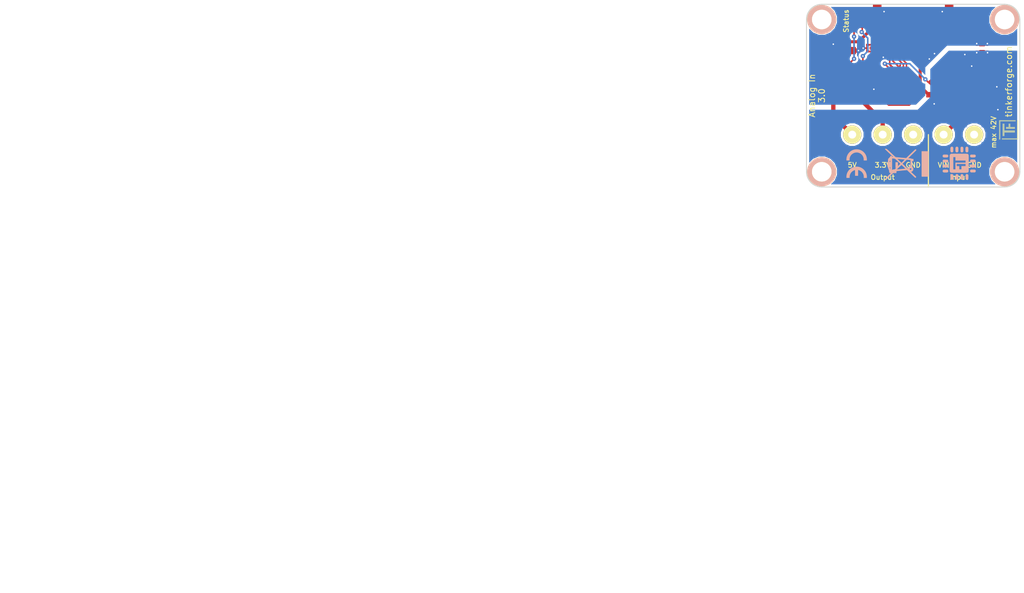
<source format=kicad_pcb>
(kicad_pcb (version 20221018) (generator pcbnew)
  (title_block (title "Analog In Bricklet") (date "2023-01-25") (rev "3.0") (company "Tinkerforge GmbH") (comment 1 "Licensed under CERN OHL v.1.1") (comment 2 "Copyright (©) 2023, T.Schneidermann <tim@tinkerforge.com>"))
  (layers (0 "F.Cu" signal) (31 "B.Cu" signal) (34 "B.Paste" user) (35 "F.Paste" user) (36 "B.SilkS" user "B.Silkscreen") (37 "F.SilkS" user "F.Silkscreen") (38 "B.Mask" user) (39 "F.Mask" user) (44 "Edge.Cuts" user))
  (net 0 "")
  (net 1 "3V3")
  (net 2 "GND")
  (net 3 "AGND")
  (net 4 "+5V")
  (net 5 "Net-(P1-Pad4)")
  (net 6 "Net-(P1-Pad5)")
  (net 7 "Net-(P1-Pad6)")
  (net 8 "Net-(C4-Pad2)")
  (net 9 "Net-(R1-Pad2)")
  (net 10 "Net-(R3-Pad2)")
  (net 11 "Net-(R4-Pad1)")
  (net 12 "Net-(F1-Pad2)")
  (net 13 "Net-(F2-Pad2)")
  (net 14 "Net-(P2-Pad2)")
  (net 15 "Net-(C3-Pad2)")
  (net 16 "Net-(C5-Pad1)")
  (net 17 "Net-(D3-Pad2)")
  (net 18 "Net-(P3-Pad2)")
  (net 19 "Net-(P4-Pad1)")
  (net 20 "Net-(R8-Pad1)")
  (net 21 "S-MISO")
  (net 22 "S-MOSI")
  (net 23 "S-CLK")
  (net 24 "S-CS")
  (net 25 "OUT")
  (net 26 "Net-(U1-Pad3)")
  (net 27 "Net-(U1-Pad5)")
  (net 28 "Net-(U1-Pad6)")
  (net 29 "Net-(U1-Pad11)")
  (net 30 "Net-(U1-Pad12)")
  (net 31 "Net-(U1-Pad13)")
  (net 32 "Net-(U1-Pad14)")
  (net 33 "Net-(U1-Pad16)")
  (net 34 "Net-(U1-Pad17)")
  (net 35 "Net-(U1-Pad18)")
  (net 36 "Net-(U1-Pad19)")
  (net 37 "Net-(U1-Pad20)")
  (net 38 "Net-(U1-Pad21)")
  (net 39 "Net-(U1-Pad8)")
  (footprint "logo:Logo_31x31" (layer "F.Cu") (at 182.6 116.2 90)
    (fp_text reference "G***" hide)
    (fp_text value "Logo_31x31" hide)
  )
  (footprint "tinkerforge:Fiducial_Mark" (layer "F.Cu") (at 178.5 97 90)
    (fp_text reference "Fiducial_Mark" hide)
    (fp_text value "VAL**" hide)
    (pad "1" smd circle (at 0 0 90) (size 1.00076 1.00076) (layers "F.Cu" "F.Mask") (clearance 0.65024))
  )
  (footprint "tinkerforge:Fiducial_Mark" (layer "F.Cu") (at 152.5 117 90)
    (fp_text reference "Fiducial_Mark" hide)
    (fp_text value "VAL**" hide)
    (pad "1" smd circle (at 0 0 90) (size 1.00076 1.00076) (layers "F.Cu" "F.Mask") (clearance 0.65024))
  )
  (footprint "kicad-libraries:MiniMelf" (layer "F.Cu") (at 158.3 103.3 90)
    (fp_text reference "D1")
    (fp_text value "3V3")
    (pad "1" smd rect (at 1.69926 0 90) (size 1.19888 1.6002) (layers "F.Cu" "F.Paste" "F.Mask") (net 2 "GND"))
    (pad "2" smd rect (at -1.69926 0 90) (size 1.19888 1.6002) (layers "F.Cu" "F.Paste" "F.Mask") (net 1 "3V3"))
  )
  (footprint "kicad-libraries:MiniMelf" (layer "F.Cu") (at 155.4 103.3 90)
    (fp_text reference "D2")
    (fp_text value "5V")
    (pad "1" smd rect (at 1.69926 0 90) (size 1.19888 1.6002) (layers "F.Cu" "F.Paste" "F.Mask") (net 2 "GND"))
    (pad "2" smd rect (at -1.69926 0 90) (size 1.19888 1.6002) (layers "F.Cu" "F.Paste" "F.Mask") (net 4 "+5V"))
  )
  (footprint "kicad-libraries:AKL_5_5" (layer "F.Cu") (at 168.5 115.4 180)
    (fp_text reference "P2")
    (fp_text value "CONN_5")
    (pad "1" thru_hole circle (at -10 0 180) (size 2.99974 2.99974) (drill 1.30048) (layers "*.Cu" "*.Mask" "F.SilkS") (net 3 "AGND"))
    (pad "2" thru_hole circle (at -5 0 180) (size 2.99974 2.99974) (drill 1.30048) (layers "*.Cu" "*.Mask" "F.SilkS") (net 14 "Net-(P2-Pad2)"))
    (pad "3" thru_hole circle (at 0 0 180) (size 2.99974 2.99974) (drill 1.30048) (layers "*.Cu" "*.Mask" "F.SilkS") (net 3 "AGND"))
    (pad "4" thru_hole circle (at 5 0 180) (size 2.99974 2.99974) (drill 1.30048) (layers "*.Cu" "*.Mask" "F.SilkS") (net 12 "Net-(F1-Pad2)"))
    (pad "5" thru_hole circle (at 10 0 180) (size 2.99974 2.99974) (drill 1.30048) (layers "*.Cu" "*.Mask" "F.SilkS") (net 13 "Net-(F2-Pad2)"))
  )
  (footprint "kicad-libraries:SOIC8" (layer "F.Cu") (at 175.4 106.8 90)
    (fp_text reference "U2")
    (fp_text value "TLV272IS")
    (pad "1" smd rect (at -1.90246 2.69748 270) (size 0.59944 1.5494) (layers "F.Cu" "F.Paste" "F.Mask") (net 9 "Net-(R1-Pad2)"))
    (pad "2" smd rect (at -0.63246 2.69748 270) (size 0.59944 1.5494) (layers "F.Cu" "F.Paste" "F.Mask") (net 10 "Net-(R3-Pad2)"))
    (pad "3" smd rect (at 0.63246 2.69748 270) (size 0.59944 1.5494) (layers "F.Cu" "F.Paste" "F.Mask") (net 11 "Net-(R4-Pad1)"))
    (pad "4" smd rect (at 1.90246 2.69748 270) (size 0.59944 1.5494) (layers "F.Cu" "F.Paste" "F.Mask") (net 3 "AGND"))
    (pad "5" smd rect (at 1.90246 -2.69748 90) (size 0.59944 1.5494) (layers "F.Cu" "F.Paste" "F.Mask") (net 15 "Net-(C3-Pad2)"))
    (pad "6" smd rect (at 0.63246 -2.69748 90) (size 0.59944 1.5494) (layers "F.Cu" "F.Paste" "F.Mask") (net 25 "OUT"))
    (pad "7" smd rect (at -0.63246 -2.69748 90) (size 0.59944 1.5494) (layers "F.Cu" "F.Paste" "F.Mask") (net 25 "OUT"))
    (pad "8" smd rect (at -1.90246 -2.69748 90) (size 0.59944 1.5494) (layers "F.Cu" "F.Paste" "F.Mask") (net 1 "3V3"))
  )
  (footprint "kicad-libraries:DRILL_NP" (layer "F.Cu") (at 153.5 121.5 90)
    (fp_text reference "U3" hide)
    (fp_text value "DRILL" hide)
    (pad "" np_thru_hole circle (at 0 0 90) (size 3.2 3.2) (drill 3.2) (layers "F&B.Cu" "*.Mask") (clearance 0.89))
  )
  (footprint "kicad-libraries:DRILL_NP" (layer "F.Cu") (at 183.5 121.5 90)
    (fp_text reference "U4" hide)
    (fp_text value "DRILL" hide)
    (pad "" np_thru_hole circle (at 0 0 90) (size 3.2 3.2) (drill 3.2) (layers "F&B.Cu" "*.Mask") (clearance 0.89))
  )
  (footprint "kicad-libraries:DRILL_NP" (layer "F.Cu") (at 183.5 96.5 90)
    (fp_text reference "U5" hide)
    (fp_text value "DRILL" hide)
    (pad "" np_thru_hole circle (at 0 0 90) (size 3.2 3.2) (drill 3.2) (layers "F&B.Cu" "*.Mask") (clearance 0.89))
  )
  (footprint "kicad-libraries:DRILL_NP" (layer "F.Cu") (at 153.5 96.5 90)
    (fp_text reference "U6" hide)
    (fp_text value "DRILL" hide)
    (pad "" np_thru_hole circle (at 0 0 90) (size 3.2 3.2) (drill 3.2) (layers "F&B.Cu" "*.Mask") (clearance 0.89))
  )
  (footprint "kicad-libraries:F1206" (layer "F.Cu") (at 158.3 108.4 -90)
    (fp_text reference "F1")
    (fp_text value "OZCJ0035FF2G")
    (pad "1" smd rect (at -1.50114 0 270) (size 1.00076 1.6002) (layers "F.Cu" "F.Paste" "F.Mask") (net 1 "3V3"))
    (pad "2" smd rect (at 1.50114 0 270) (size 1.00076 1.6002) (layers "F.Cu" "F.Paste" "F.Mask") (net 12 "Net-(F1-Pad2)"))
  )
  (footprint "kicad-libraries:F1206" (layer "F.Cu") (at 155.4 108.4 -90)
    (fp_text reference "F2")
    (fp_text value "OZCJ0035FF2G")
    (pad "1" smd rect (at -1.50114 0 270) (size 1.00076 1.6002) (layers "F.Cu" "F.Paste" "F.Mask") (net 4 "+5V"))
    (pad "2" smd rect (at 1.50114 0 270) (size 1.00076 1.6002) (layers "F.Cu" "F.Paste" "F.Mask") (net 13 "Net-(F2-Pad2)"))
  )
  (footprint "kicad-libraries:C0805" (layer "F.Cu") (at 170.6 100.6)
    (fp_text reference "C1")
    (fp_text value "10uF")
    (pad "1" smd rect (at -1.00076 0) (size 1.00076 1.24968) (layers "F.Cu" "F.Paste" "F.Mask") (net 1 "3V3") (clearance 0.14986))
    (pad "2" smd rect (at 1.00076 0) (size 1.00076 1.24968) (layers "F.Cu" "F.Paste" "F.Mask") (net 2 "GND") (clearance 0.14986))
  )
  (footprint "kicad-libraries:C0603F" (layer "F.Cu") (at 170.4 102.1)
    (fp_text reference "C6")
    (fp_text value "1uF")
    (pad "1" smd rect (at -0.75 0) (size 0.9 0.9) (layers "F.Cu" "F.Paste" "F.Mask") (net 1 "3V3"))
    (pad "2" smd rect (at 0.75 0) (size 0.9 0.9) (layers "F.Cu" "F.Paste" "F.Mask") (net 2 "GND"))
  )
  (footprint "kicad-libraries:C0603F" (layer "F.Cu") (at 163.2 109.1 -45)
    (fp_text reference "C7")
    (fp_text value "100nF")
    (pad "1" smd rect (at -0.75 0 315) (size 0.9 0.9) (layers "F.Cu" "F.Paste" "F.Mask") (net 2 "GND"))
    (pad "2" smd rect (at 0.75 0 315) (size 0.9 0.9) (layers "F.Cu" "F.Paste" "F.Mask") (net 1 "3V3"))
  )
  (footprint "kicad-libraries:SolderJumper" (layer "F.Cu") (at 161.5 101.2)
    (fp_text reference "P3")
    (fp_text value "BOOT")
    (pad "1" smd rect (at -0.5 0) (size 0.4 1.4) (layers "F.Cu" "F.Mask") (net 2 "GND"))
    (pad "1" smd rect (at -0.225 -0.55) (size 0.95 0.3) (layers "F.Cu" "F.Mask") (net 2 "GND"))
    (pad "1" smd rect (at -0.225 0.55) (size 0.95 0.3) (layers "F.Cu" "F.Mask") (net 2 "GND"))
    (pad "2" smd rect (at 0.15 0) (size 0.6 0.5) (layers "F.Cu" "F.Mask") (net 18 "Net-(P3-Pad2)"))
    (pad "2" smd rect (at 0.55 0) (size 0.3 1.4) (layers "F.Cu" "F.Mask") (net 18 "Net-(P3-Pad2)"))
  )
  (footprint "kicad-libraries:DEBUG_PAD" (layer "F.Cu") (at 167.8 109.2 90)
    (fp_text reference "P4")
    (fp_text value "DEBUG")
    (pad "1" smd circle (at 0 0 90) (size 0.7 0.7) (layers "F.Cu" "F.Paste" "F.Mask") (net 19 "Net-(P4-Pad1)"))
  )
  (footprint "kicad-libraries:4X0402" (layer "F.Cu") (at 165.4 101.3 180)
    (fp_text reference "RP1")
    (fp_text value "82")
    (pad "1" smd rect (at -0.7493 0.575) (size 0.29972 0.65) (layers "F.Cu" "F.Paste" "F.Mask") (net 5 "Net-(P1-Pad4)"))
    (pad "2" smd rect (at -0.24892 0.575) (size 0.29972 0.65) (layers "F.Cu" "F.Paste" "F.Mask") (net 6 "Net-(P1-Pad5)"))
    (pad "3" smd rect (at 0.24892 0.575) (size 0.29972 0.65) (layers "F.Cu" "F.Paste" "F.Mask") (net 7 "Net-(P1-Pad6)"))
    (pad "4" smd rect (at 0.7493 0.575) (size 0.29972 0.65) (layers "F.Cu" "F.Paste" "F.Mask") (net 16 "Net-(C5-Pad1)"))
    (pad "5" smd rect (at 0.7493 -0.575 180) (size 0.29972 0.65) (layers "F.Cu" "F.Paste" "F.Mask") (net 21 "S-MISO"))
    (pad "6" smd rect (at 0.24892 -0.575 180) (size 0.29972 0.65) (layers "F.Cu" "F.Paste" "F.Mask") (net 22 "S-MOSI"))
    (pad "7" smd rect (at -0.24892 -0.575 180) (size 0.29972 0.65) (layers "F.Cu" "F.Paste" "F.Mask") (net 23 "S-CLK"))
    (pad "8" smd rect (at -0.7493 -0.575 180) (size 0.29972 0.65) (layers "F.Cu" "F.Paste" "F.Mask") (net 24 "S-CS"))
  )
  (footprint "kicad-libraries:QFN24-4x4mm-0.5mm" (layer "F.Cu") (at 165.6 106.6 -45)
    (fp_text reference "U1")
    (fp_text value "XMC110024")
    (pad "1" smd oval (at -2.025 -1.25 315) (size 1 0.3) (layers "F.Cu" "F.Paste" "F.Mask") (net 21 "S-MISO"))
    (pad "2" smd oval (at -2.025 -0.75 315) (size 1 0.3) (layers "F.Cu" "F.Paste" "F.Mask") (net 25 "OUT"))
    (pad "3" smd oval (at -2.025 -0.25 315) (size 1 0.3) (layers "F.Cu" "F.Paste" "F.Mask") (net 26 "Net-(U1-Pad3)"))
    (pad "4" smd oval (at -2.025 0.25 315) (size 1 0.3) (layers "F.Cu" "F.Paste" "F.Mask") (net 18 "Net-(P3-Pad2)"))
    (pad "5" smd oval (at -2.025 0.75 315) (size 1 0.3) (layers "F.Cu" "F.Paste" "F.Mask") (net 27 "Net-(U1-Pad5)"))
    (pad "6" smd oval (at -2.025 1.25 315) (size 1 0.3) (layers "F.Cu" "F.Paste" "F.Mask") (net 28 "Net-(U1-Pad6)"))
    (pad "7" smd oval (at -1.25 2.025 45) (size 1 0.3) (layers "F.Cu" "F.Paste" "F.Mask") (net 20 "Net-(R8-Pad1)"))
    (pad "8" smd oval (at -0.75 2.025 45) (size 1 0.3) (layers "F.Cu" "F.Paste" "F.Mask") (net 39 "Net-(U1-Pad8)"))
    (pad "9" smd oval (at -0.25 2.025 45) (size 1 0.3) (layers "F.Cu" "F.Paste" "F.Mask") (net 2 "GND"))
    (pad "10" smd oval (at 0.25 2.025 45) (size 1 0.3) (layers "F.Cu" "F.Paste" "F.Mask") (net 1 "3V3"))
    (pad "11" smd oval (at 0.75 2.025 45) (size 1 0.3) (layers "F.Cu" "F.Paste" "F.Mask") (net 29 "Net-(U1-Pad11)"))
    (pad "12" smd oval (at 1.25 2.025 45) (size 1 0.3) (layers "F.Cu" "F.Paste" "F.Mask") (net 30 "Net-(U1-Pad12)"))
    (pad "13" smd oval (at 2.025 1.25 315) (size 1 0.3) (layers "F.Cu" "F.Paste" "F.Mask") (net 31 "Net-(U1-Pad13)"))
    (pad "14" smd oval (at 2.025 0.75 315) (size 1 0.3) (layers "F.Cu" "F.Paste" "F.Mask") (net 32 "Net-(U1-Pad14)"))
    (pad "15" smd oval (at 2.025 0.25 315) (size 1 0.3) (layers "F.Cu" "F.Paste" "F.Mask") (net 19 "Net-(P4-Pad1)"))
    (pad "16" smd oval (at 2.025 -0.25 315) (size 1 0.3) (layers "F.Cu" "F.Paste" "F.Mask") (net 33 "Net-(U1-Pad16)"))
    (pad "17" smd oval (at 2.025 -0.75 315) (size 1 0.3) (layers "F.Cu" "F.Paste" "F.Mask") (net 34 "Net-(U1-Pad17)"))
    (pad "18" smd oval (at 2.025 -1.25 315) (size 1 0.3) (layers "F.Cu" "F.Paste" "F.Mask") (net 35 "Net-(U1-Pad18)"))
    (pad "19" smd oval (at 1.25 -2.025 45) (size 1 0.3) (layers "F.Cu" "F.Paste" "F.Mask") (net 36 "Net-(U1-Pad19)"))
    (pad "20" smd oval (at 0.75 -2.025 45) (size 1 0.3) (layers "F.Cu" "F.Paste" "F.Mask") (net 37 "Net-(U1-Pad20)"))
    (pad "21" smd oval (at 0.25 -2.025 45) (size 1 0.3) (layers "F.Cu" "F.Paste" "F.Mask") (net 38 "Net-(U1-Pad21)"))
    (pad "22" smd oval (at -0.25 -2.025 45) (size 1 0.3) (layers "F.Cu" "F.Paste" "F.Mask") (net 24 "S-CS"))
    (pad "23" smd oval (at -0.75 -2.025 45) (size 1 0.3) (layers "F.Cu" "F.Paste" "F.Mask") (net 23 "S-CLK"))
    (pad "24" smd oval (at -1.25 -2.025 45) (size 1 0.3) (layers "F.Cu" "F.Paste" "F.Mask") (net 22 "S-MOSI"))
    (pad "EXP" smd rect (at -0.65 -0.65 315) (size 1.3 1.3) (layers "F.Cu" "F.Paste" "F.Mask") (net 2 "GND"))
    (pad "EXP" smd rect (at -0.65 0.65 315) (size 1.3 1.3) (layers "F.Cu" "F.Paste" "F.Mask") (net 2 "GND"))
    (pad "EXP" smd rect (at 0.65 -0.65 315) (size 1.3 1.3) (layers "F.Cu" "F.Paste" "F.Mask") (net 2 "GND"))
    (pad "EXP" smd rect (at 0.65 0.65 315) (size 1.3 1.3) (layers "F.Cu" "F.Paste" "F.Mask") (net 2 "GND"))
  )
  (footprint "kicad-libraries:CON-SENSOR2" (layer "F.Cu") (at 168.5 94 180)
    (fp_text reference "P1")
    (fp_text value "CON-SENSOR2")
    (pad "1" smd rect (at -3.75 -4.6 180) (size 0.6 1.8) (layers "F.Cu" "F.Paste" "F.Mask") (net 4 "+5V"))
    (pad "2" smd rect (at -2.5 -4.6 180) (size 0.6 1.8) (layers "F.Cu" "F.Paste" "F.Mask") (net 2 "GND"))
    (pad "3" smd rect (at -1.25 -4.6 180) (size 0.6 1.8) (layers "F.Cu" "F.Paste" "F.Mask") (net 1 "3V3"))
    (pad "4" smd rect (at 0 -4.6 180) (size 0.6 1.8) (layers "F.Cu" "F.Paste" "F.Mask") (net 5 "Net-(P1-Pad4)"))
    (pad "5" smd rect (at 1.25 -4.6 180) (size 0.6 1.8) (layers "F.Cu" "F.Paste" "F.Mask") (net 6 "Net-(P1-Pad5)"))
    (pad "6" smd rect (at 2.5 -4.6 180) (size 0.6 1.8) (layers "F.Cu" "F.Paste" "F.Mask") (net 7 "Net-(P1-Pad6)"))
    (pad "7" smd rect (at 3.75 -4.6 180) (size 0.6 1.8) (layers "F.Cu" "F.Paste" "F.Mask") (net 16 "Net-(C5-Pad1)"))
    (pad "EP" smd rect (at -5.9 -1.2 180) (size 1.4 2.4) (layers "F.Cu" "F.Paste" "F.Mask") (net 2 "GND"))
    (pad "EP" smd rect (at 5.9 -1.2 180) (size 1.4 2.4) (layers "F.Cu" "F.Paste" "F.Mask") (net 2 "GND"))
  )
  (footprint "kicad-libraries:C0603F" (layer "F.Cu") (at 171.1 109.6 90)
    (fp_text reference "C2")
    (fp_text value "100nF")
    (pad "1" smd rect (at -0.75 0 90) (size 0.9 0.9) (layers "F.Cu" "F.Paste" "F.Mask") (net 3 "AGND"))
    (pad "2" smd rect (at 0.75 0 90) (size 0.9 0.9) (layers "F.Cu" "F.Paste" "F.Mask") (net 1 "3V3"))
  )
  (footprint "kicad-libraries:C0603F" (layer "F.Cu") (at 175.4 102.2 180)
    (fp_text reference "C3")
    (fp_text value "180pF")
    (pad "1" smd rect (at -0.75 0 180) (size 0.9 0.9) (layers "F.Cu" "F.Paste" "F.Mask") (net 3 "AGND"))
    (pad "2" smd rect (at 0.75 0 180) (size 0.9 0.9) (layers "F.Cu" "F.Paste" "F.Mask") (net 15 "Net-(C3-Pad2)"))
  )
  (footprint "kicad-libraries:C0603F" (layer "F.Cu") (at 182.4 109.7 90)
    (fp_text reference "C4")
    (fp_text value "15pF")
    (pad "1" smd rect (at -0.75 0 90) (size 0.9 0.9) (layers "F.Cu" "F.Paste" "F.Mask") (net 3 "AGND"))
    (pad "2" smd rect (at 0.75 0 90) (size 0.9 0.9) (layers "F.Cu" "F.Paste" "F.Mask") (net 8 "Net-(C4-Pad2)"))
  )
  (footprint "kicad-libraries:R0603F" (layer "F.Cu") (at 175.4 103.5)
    (fp_text reference "R1")
    (fp_text value "68.1")
    (pad "1" smd rect (at -0.75 0) (size 0.9 0.9) (layers "F.Cu" "F.Paste" "F.Mask") (net 15 "Net-(C3-Pad2)"))
    (pad "2" smd rect (at 0.75 0) (size 0.9 0.9) (layers "F.Cu" "F.Paste" "F.Mask") (net 9 "Net-(R1-Pad2)"))
  )
  (footprint "kicad-libraries:R0603F" (layer "F.Cu") (at 179.8 101.2 -90)
    (fp_text reference "R2")
    (fp_text value "0")
    (pad "1" smd rect (at -0.75 0 270) (size 0.9 0.9) (layers "F.Cu" "F.Paste" "F.Mask") (net 2 "GND"))
    (pad "2" smd rect (at 0.75 0 270) (size 0.9 0.9) (layers "F.Cu" "F.Paste" "F.Mask") (net 3 "AGND"))
  )
  (footprint "kicad-libraries:R0603F" (layer "F.Cu") (at 179.8 109.7 90)
    (fp_text reference "R3")
    (fp_text value "10k")
    (pad "1" smd rect (at -0.75 0 90) (size 0.9 0.9) (layers "F.Cu" "F.Paste" "F.Mask") (net 9 "Net-(R1-Pad2)"))
    (pad "2" smd rect (at 0.75 0 90) (size 0.9 0.9) (layers "F.Cu" "F.Paste" "F.Mask") (net 10 "Net-(R3-Pad2)"))
  )
  (footprint "kicad-libraries:R0603F" (layer "F.Cu") (at 179.8 104.2 90)
    (fp_text reference "R4")
    (fp_text value "10k")
    (pad "1" smd rect (at -0.75 0 90) (size 0.9 0.9) (layers "F.Cu" "F.Paste" "F.Mask") (net 11 "Net-(R4-Pad1)"))
    (pad "2" smd rect (at 0.75 0 90) (size 0.9 0.9) (layers "F.Cu" "F.Paste" "F.Mask") (net 3 "AGND"))
  )
  (footprint "kicad-libraries:R0603F" (layer "F.Cu") (at 180.6 107.6)
    (fp_text reference "R5")
    (fp_text value "130k")
    (pad "1" smd rect (at -0.75 0) (size 0.9 0.9) (layers "F.Cu" "F.Paste" "F.Mask") (net 10 "Net-(R3-Pad2)"))
    (pad "2" smd rect (at 0.75 0) (size 0.9 0.9) (layers "F.Cu" "F.Paste" "F.Mask") (net 3 "AGND"))
  )
  (footprint "kicad-libraries:R0603F" (layer "F.Cu") (at 180.6 106.3)
    (fp_text reference "R6")
    (fp_text value "130k")
    (pad "1" smd rect (at -0.75 0) (size 0.9 0.9) (layers "F.Cu" "F.Paste" "F.Mask") (net 11 "Net-(R4-Pad1)"))
    (pad "2" smd rect (at 0.75 0) (size 0.9 0.9) (layers "F.Cu" "F.Paste" "F.Mask") (net 8 "Net-(C4-Pad2)"))
  )
  (footprint "kicad-libraries:R0603F" (layer "F.Cu") (at 181.1 109.7 -90)
    (fp_text reference "R7")
    (fp_text value "10")
    (pad "1" smd rect (at -0.75 0 270) (size 0.9 0.9) (layers "F.Cu" "F.Paste" "F.Mask") (net 8 "Net-(C4-Pad2)"))
    (pad "2" smd rect (at 0.75 0 270) (size 0.9 0.9) (layers "F.Cu" "F.Paste" "F.Mask") (net 14 "Net-(P2-Pad2)"))
  )
  (footprint "kicad-libraries:R0603F" (layer "F.Cu") (at 160.1 96.7 90)
    (fp_text reference "R8")
    (fp_text value "1k")
    (pad "1" smd rect (at -0.75 0 90) (size 0.9 0.9) (layers "F.Cu" "F.Paste" "F.Mask") (net 20 "Net-(R8-Pad1)"))
    (pad "2" smd rect (at 0.75 0 90) (size 0.9 0.9) (layers "F.Cu" "F.Paste" "F.Mask") (net 17 "Net-(D3-Pad2)"))
  )
  (footprint "kicad-libraries:C0402F" (layer "F.Cu") (at 163.6 101.3 -90)
    (fp_text reference "C5")
    (fp_text value "220pF")
    (pad "1" smd rect (at -0.5 0 270) (size 0.6 0.7) (layers "F.Cu" "F.Paste" "F.Mask") (net 16 "Net-(C5-Pad1)"))
    (pad "2" smd rect (at 0.5 0 270) (size 0.6 0.7) (layers "F.Cu" "F.Paste" "F.Mask") (net 2 "GND"))
  )
  (footprint "kicad-libraries:D0603F" (layer "F.Cu") (at 158.8 96.7 90)
    (fp_text reference "D3")
    (fp_text value "blue")
    (pad "1" smd rect (at -0.75 0 90) (size 0.9 0.9) (layers "F.Cu" "F.Paste" "F.Mask") (net 1 "3V3"))
    (pad "2" smd rect (at 0.75 0 90) (size 0.9 0.9) (layers "F.Cu" "F.Paste" "F.Mask") (net 17 "Net-(D3-Pad2)"))
  )
  (footprint "kicad-libraries:CE_5mm" (layer "B.Cu") (at 159.225 120.2 -90)
    (fp_text reference "VAL" hide)
    (fp_text value "CE_5mm" hide)
  )
  (footprint "kicad-libraries:WEEE_7mm" (layer "B.Cu") (at 167.425 120.225 -90)
    (fp_text reference "VAL" hide)
    (fp_text value "WEEE_7mm" hide)
  )
  (footprint "kicad-libraries:Logo_CoMCU" (layer "B.Cu") (at 176.05 120.1 -90)
    (fp_text reference "G***" hide)
    (fp_text value "LOGO" hide)
  )
  (gr_line (start 171 115.4) (end 171 124) (stroke (width 0.2)) (layer "F.SilkS"))
  (gr_arc (start 151 96.5) (mid 151.732233 94.732233) (end 153.5 94) (stroke (width 0.15)) (layer "Edge.Cuts"))
  (gr_line (start 183.5 124) (end 153.5 124) (stroke (width 0.15)) (layer "Edge.Cuts"))
  (gr_arc (start 183.5 94) (mid 185.267767 94.732233) (end 186 96.5) (stroke (width 0.15)) (layer "Edge.Cuts"))
  (gr_line (start 183.5 94) (end 153.5 94) (stroke (width 0.15)) (layer "Edge.Cuts"))
  (gr_line (start 186 121.5) (end 186 96.5) (stroke (width 0.15)) (layer "Edge.Cuts"))
  (gr_line (start 151 96.5) (end 151 121.5) (stroke (width 0.15)) (layer "Edge.Cuts"))
  (gr_arc (start 186 121.5) (mid 185.267767 123.267767) (end 183.5 124) (stroke (width 0.15)) (layer "Edge.Cuts"))
  (gr_arc (start 153.5 124) (mid 151.732233 123.267767) (end 151 121.5) (stroke (width 0.15)) (layer "Edge.Cuts"))
  (gr_text "tinkerforge.com" (at 184.2 106.7 90) (layer "F.SilkS") (effects (font (size 1 1))))
  (gr_text "Input" (at 176 122.4) (layer "F.SilkS") (effects (font (size 0.8 0.8))))
  (gr_text "GND" (at 168.5 120.4) (layer "F.SilkS") (effects (font (size 0.8 0.8))))
  (gr_text "Status" (at 157.5 96.75 90) (layer "F.SilkS") (effects (font (size 0.8 0.8))))
  (gr_text "Analog In\n3.0" (at 152.7 109 90) (layer "F.SilkS") (effects (font (size 1 1))))
  (gr_text "VIN" (at 173.5 120.4) (layer "F.SilkS") (effects (font (size 0.8 0.8))))
  (gr_text "max 42V" (at 181.7 115 90) (layer "F.SilkS") (effects (font (size 0.8 0.8))))
  (gr_text "5V" (at 158.5 120.4) (layer "F.SilkS") (effects (font (size 0.8 0.8))))
  (gr_text "GND" (at 178.5 120.4) (layer "F.SilkS") (effects (font (size 0.8 0.8))))
  (gr_text "Output" (at 163.5 122.4) (layer "F.SilkS") (effects (font (size 0.8 0.8))))
  (gr_text "3.3V" (at 163.5 120.4) (layer "F.SilkS") (effects (font (size 0.8 0.8))))
  (segment (start 171.24754 108.70246) (end 171.1 108.85) (width 0.5) (layer "F.Cu") (net 1))
  (segment (start 171.05 108.85) (end 170.225 108.025) (width 0.5) (layer "F.Cu") (net 1))
  (segment (start 169.65 107.45) (end 169.65 102.1) (width 0.5) (layer "F.Cu") (net 1))
  (segment (start 169.65 100.65076) (end 169.59924 100.6) (width 0.5) (layer "F.Cu") (net 1))
  (segment (start 169.75 100.44924) (end 169.59924 100.6) (width 0.5) (layer "F.Cu") (net 1))
  (segment (start 170.225 108.025) (end 169.65 107.45) (width 0.5) (layer "F.Cu") (net 1))
  (segment (start 158.8 102.95) (end 158.3 103.45) (width 0.254) (layer "F.Cu") (net 1))
  (segment (start 158.3 103.45) (end 158.3 104.99926) (width 0.254) (layer "F.Cu") (net 1))
  (segment (start 169.65 102.1) (end 169.65 100.65076) (width 0.5) (layer "F.Cu") (net 1))
  (segment (start 158.89926 104.99926) (end 158.3 104.99926) (width 0.5) (layer "F.Cu") (net 1))
  (segment (start 163.2 110.2) (end 161.9 110.2) (width 0.5) (layer "F.Cu") (net 1))
  (segment (start 163.73033 108.823223) (end 164.344885 108.208668) (width 0.254) (layer "F.Cu") (net 1))
  (segment (start 161.9 110.2) (end 160.45 108.75) (width 0.5) (layer "F.Cu") (net 1))
  (segment (start 169.75 98.6) (end 169.75 100.44924) (width 0.5) (layer "F.Cu") (net 1))
  (segment (start 167.825 110.425) (end 164.525 110.425) (width 0.5) (layer "F.Cu") (net 1))
  (segment (start 158.8 97.6001) (end 158.8 99.3) (width 0.254) (layer "F.Cu") (net 1))
  (segment (start 164.525 110.425) (end 163.73033 109.63033) (width 0.5) (layer "F.Cu") (net 1))
  (segment (start 170.225 108.025) (end 167.825 110.425) (width 0.5) (layer "F.Cu") (net 1))
  (segment (start 163.73033 109.63033) (end 163.73033 108.823223) (width 0.254) (layer "F.Cu") (net 1))
  (segment (start 172.70252 108.70246) (end 171.24754 108.70246) (width 0.5) (layer "F.Cu") (net 1))
  (segment (start 160.45 108.75) (end 160.45 106.55) (width 0.5) (layer "F.Cu") (net 1))
  (segment (start 163.7 109.7) (end 163.71967 109.71967) (width 0.7) (layer "F.Cu") (net 1))
  (segment (start 163.7 109.7) (end 163.2 110.2) (width 0.5) (layer "F.Cu") (net 1))
  (segment (start 171.1 108.85) (end 171.05 108.85) (width 0.5) (layer "F.Cu") (net 1))
  (segment (start 160.45 106.55) (end 158.89926 104.99926) (width 0.5) (layer "F.Cu") (net 1))
  (segment (start 158.3 104.99926) (end 158.3 106.89886) (width 0.7) (layer "F.Cu") (net 1))
  (via (at 158.8 102.95) (size 0.7) (drill 0.25) (layers "F.Cu" "B.Cu") (net 1))
  (via (at 158.8 99.3) (size 0.7) (drill 0.25) (layers "F.Cu" "B.Cu") (net 1))
  (segment (start 158.8 99.3) (end 158.8 102.95) (width 0.254) (layer "B.Cu") (net 1))
  (segment (start 164.680761 106.6) (end 165.6 105.680761) (width 0.254) (layer "F.Cu") (net 2))
  (segment (start 165.6 105.680761) (end 166.519239 106.6) (width 0.254) (layer "F.Cu") (net 2))
  (segment (start 166.519239 106.6) (end 165.6 107.519239) (width 0.254) (layer "F.Cu") (net 2))
  (segment (start 164.680761 107.165686) (end 163.991332 107.855115) (width 0.254) (layer "F.Cu") (net 2))
  (segment (start 171 99.275) (end 171.60076 99.87576) (width 0.5) (layer "F.Cu") (net 2))
  (segment (start 171.60076 99.87576) (end 171.60076 100.6) (width 0.5) (layer "F.Cu") (net 2))
  (segment (start 171.60076 101.12424) (end 171.15 101.575) (width 0.5) (layer "F.Cu") (net 2))
  (segment (start 171.15 101.575) (end 171.15 102.1) (width 0.5) (layer "F.Cu") (net 2))
  (segment (start 159.52426 101.60074) (end 159.525 101.6) (width 0.7) (layer "F.Cu") (net 2))
  (segment (start 160.975 101.75) (end 160.95 101.725) (width 0.254) (layer "F.Cu") (net 2))
  (segment (start 160.95 101.725) (end 160.95 100.675) (width 0.254) (layer "F.Cu") (net 2))
  (segment (start 160.95 100.675) (end 160.975 100.65) (width 0.254) (layer "F.Cu") (net 2))
  (segment (start 160.975 100.65) (end 161.275 100.65) (width 0.254) (layer "F.Cu") (net 2))
  (segment (start 161.275 100.65) (end 161.225 100.65) (width 0.254) (layer "F.Cu") (net 2))
  (segment (start 162.6 95.2) (end 163.725 95.2) (width 0.7) (layer "F.Cu") (net 2))
  (segment (start 179.8 100.45) (end 180.675 100.45) (width 0.7) (layer "F.Cu") (net 2))
  (segment (start 163.991332 107.855115) (end 163.991332 107.858668) (width 0.254) (layer "F.Cu") (net 2))
  (segment (start 165.6 107.519239) (end 164.680761 106.6) (width 0.254) (layer "F.Cu") (net 2))
  (segment (start 179.8 100.45) (end 178.925 100.45) (width 0.7) (layer "F.Cu") (net 2))
  (segment (start 171 98.6) (end 171 99.275) (width 0.5) (layer "F.Cu") (net 2))
  (segment (start 171.60076 100.6) (end 171.60076 101.12424) (width 0.5) (layer "F.Cu") (net 2))
  (segment (start 162.7 108.6) (end 162.05 107.95) (width 0.7) (layer "F.Cu") (net 2))
  (segment (start 155.4 101.60074) (end 155.4 100.55) (width 0.7) (layer "F.Cu") (net 2))
  (segment (start 162.7 108.6) (end 162.74467 108.64467) (width 0.254) (layer "F.Cu") (net 2))
  (segment (start 161.225 101.75) (end 160.975 101.75) (width 0.254) (layer "F.Cu") (net 2))
  (segment (start 171.15 102.1) (end 172 102.1) (width 0.7) (layer "F.Cu") (net 2))
  (segment (start 163.025 108.275) (end 163.571447 108.275) (width 0.254) (layer "F.Cu") (net 2))
  (segment (start 158.3 101.60074) (end 159.52426 101.60074) (width 0.7) (layer "F.Cu") (net 2))
  (segment (start 164.680761 106.6) (end 164.680761 107.165686) (width 0.254) (layer "F.Cu") (net 2))
  (segment (start 171.15 102.1) (end 171.15 102.975) (width 0.7) (layer "F.Cu") (net 2))
  (segment (start 174.4 95.2) (end 173.275 95.2) (width 0.7) (layer "F.Cu") (net 2))
  (segment (start 162.7 108.6) (end 163.025 108.275) (width 0.254) (layer "F.Cu") (net 2))
  (segment (start 163.6 101.9) (end 163.6 102.7) (width 0.5) (layer "F.Cu") (net 2))
  (segment (start 163.571447 108.275) (end 163.991332 107.855115) (width 0.254) (layer "F.Cu") (net 2))
  (segment (start 160.95 101.2) (end 160.3 101.2) (width 0.254) (layer "F.Cu") (net 2))
  (via (at 173.275 95.2) (size 0.7) (drill 0.25) (layers "F.Cu" "B.Cu") (net 2))
  (via (at 163.725 95.2) (size 0.7) (drill 0.25) (layers "F.Cu" "B.Cu") (net 2))
  (via (at 163.6 102.7) (size 0.7) (drill 0.25) (layers "F.Cu" "B.Cu") (net 2))
  (via (at 162.05 107.95) (size 0.7) (drill 0.25) (layers "F.Cu" "B.Cu") (net 2))
  (via (at 160.3 101.2) (size 0.7) (drill 0.25) (layers "F.Cu" "B.Cu") (net 2))
  (via (at 171.15 102.975) (size 0.7) (drill 0.25) (layers "F.Cu" "B.Cu") (net 2))
  (via (at 180.675 100.45) (size 0.7) (drill 0.25) (layers "F.Cu" "B.Cu") (net 2))
  (via (at 159.525 101.6) (size 0.7) (drill 0.25) (layers "F.Cu" "B.Cu") (net 2))
  (via (at 178.925 100.45) (size 0.7) (drill 0.25) (layers "F.Cu" "B.Cu") (net 2))
  (via (at 172 102.1) (size 0.7) (drill 0.25) (layers "F.Cu" "B.Cu") (net 2))
  (via (at 155.4 100.55) (size 0.7) (drill 0.25) (layers "F.Cu" "B.Cu") (net 2))
  (segment (start 163.6 102.7) (end 163.6 101.9) (width 0.7) (layer "B.Cu") (net 2))
  (segment (start 178.09748 104.15252) (end 178.1 104.15) (width 0.7) (layer "F.Cu") (net 3))
  (segment (start 179.8 101.95) (end 180.7 101.95) (width 0.7) (layer "F.Cu") (net 3))
  (segment (start 179.8 101.95) (end 178.925 101.95) (width 0.7) (layer "F.Cu") (net 3))
  (segment (start 176.1 102.25) (end 176.975 102.25) (width 0.7) (layer "F.Cu") (net 3))
  (segment (start 182.4 110.4) (end 182.4 111.3) (width 0.7) (layer "F.Cu") (net 3))
  (segment (start 179.8 103.4) (end 179.8 101.95) (width 0.7) (layer "F.Cu") (net 3))
  (segment (start 178.09748 104.89754) (end 178.09748 104.15252) (width 0.7) (layer "F.Cu") (net 3))
  (segment (start 181.35 107.55) (end 182.225 107.55) (width 0.7) (layer "F.Cu") (net 3))
  (segment (start 171.1 110.35) (end 171.95 110.35) (width 0.7) (layer "F.Cu") (net 3))
  (via (at 176.975 102.25) (size 0.7) (drill 0.25) (layers "F.Cu" "B.Cu") (net 3))
  (via (at 171.95 110.35) (size 0.7) (drill 0.25) (layers "F.Cu" "B.Cu") (net 3))
  (via (at 182.225 107.55) (size 0.7) (drill 0.25) (layers "F.Cu" "B.Cu") (net 3))
  (via (at 178.1 104.15) (size 0.7) (drill 0.25) (layers "F.Cu" "B.Cu") (net 3))
  (via (at 182.4 111.3) (size 0.7) (drill 0.25) (layers "F.Cu" "B.Cu") (net 3))
  (via (at 178.925 101.95) (size 0.7) (drill 0.25) (layers "F.Cu" "B.Cu") (net 3))
  (via (at 180.7 101.95) (size 0.7) (drill 0.25) (layers "F.Cu" "B.Cu") (net 3))
  (segment (start 172.25 97.4) (end 171.75 96.9) (width 0.5) (layer "F.Cu") (net 4))
  (segment (start 171.75 96.9) (end 162.8 96.9) (width 0.5) (layer "F.Cu") (net 4))
  (segment (start 162.8 96.9) (end 159.55 100.15) (width 0.5) (layer "F.Cu") (net 4))
  (segment (start 159.55 100.15) (end 157.4 100.15) (width 0.5) (layer "F.Cu") (net 4))
  (segment (start 157.4 100.15) (end 156.85 100.7) (width 0.5) (layer "F.Cu") (net 4))
  (segment (start 156.85 100.7) (end 156.85 104.325) (width 0.5) (layer "F.Cu") (net 4))
  (segment (start 156.85 104.325) (end 156.17574 104.99926) (width 0.5) (layer "F.Cu") (net 4))
  (segment (start 156.17574 104.99926) (end 155.4 104.99926) (width 0.5) (layer "F.Cu") (net 4))
  (segment (start 155.4 104.99926) (end 155.4 106.89886) (width 0.7) (layer "F.Cu") (net 4))
  (segment (start 172.25 98.6) (end 172.25 97.4) (width 0.5) (layer "F.Cu") (net 4))
  (segment (start 167.475 100.725) (end 168.5 99.7) (width 0.254) (layer "F.Cu") (net 5))
  (segment (start 168.5 99.7) (end 168.5 98.6) (width 0.254) (layer "F.Cu") (net 5))
  (segment (start 166.1493 100.725) (end 167.475 100.725) (width 0.254) (layer "F.Cu") (net 5))
  (segment (start 165.64892 100.35108) (end 166.1 99.9) (width 0.254) (layer "F.Cu") (net 6))
  (segment (start 166.1 99.9) (end 166.8 99.9) (width 0.254) (layer "F.Cu") (net 6))
  (segment (start 166.8 99.9) (end 167.25 99.45) (width 0.254) (layer "F.Cu") (net 6))
  (segment (start 167.25 99.45) (end 167.25 98.6) (width 0.254) (layer "F.Cu") (net 6))
  (segment (start 165.64892 100.725) (end 165.64892 100.35108) (width 0.254) (layer "F.Cu") (net 6))
  (segment (start 166 99) (end 166 98.6) (width 0.254) (layer "F.Cu") (net 7))
  (segment (start 165.15108 100.14892) (end 166 99.3) (width 0.254) (layer "F.Cu") (net 7))
  (segment (start 166 99.3) (end 166 98.6) (width 0.254) (layer "F.Cu") (net 7))
  (segment (start 165.15108 100.725) (end 165.15108 100.14892) (width 0.254) (layer "F.Cu") (net 7))
  (segment (start 183 108.9) (end 183.25 108.65) (width 0.7) (layer "F.Cu") (net 8))
  (segment (start 183.25 108.65) (end 183.25 107.175) (width 0.7) (layer "F.Cu") (net 8))
  (segment (start 183.25 107.175) (end 182.325 106.25) (width 0.7) (layer "F.Cu") (net 8))
  (segment (start 182.325 106.25) (end 181.35 106.25) (width 0.7) (layer "F.Cu") (net 8))
  (segment (start 182.4 108.9) (end 183 108.9) (width 0.7) (layer "F.Cu") (net 8))
  (segment (start 182.4 108.9) (end 181.1 108.9) (width 0.7) (layer "F.Cu") (net 8))
  (segment (start 179 110.4) (end 178.09748 109.49748) (width 0.5) (layer "F.Cu") (net 9))
  (segment (start 178.09748 109.49748) (end 178.09748 108.70246) (width 0.5) (layer "F.Cu") (net 9))
  (segment (start 176.95246 108.70246) (end 176.1 107.85) (width 0.5) (layer "F.Cu") (net 9))
  (segment (start 176.1 107.85) (end 176.1 103.55) (width 0.5) (layer "F.Cu") (net 9))
  (segment (start 179.8 110.4) (end 179 110.4) (width 0.5) (layer "F.Cu") (net 9))
  (segment (start 178.09748 108.70246) (end 176.95246 108.70246) (width 0.5) (layer "F.Cu") (net 9))
  (segment (start 179.8 107.6) (end 179.85 107.55) (width 0.7) (layer "F.Cu") (net 10))
  (segment (start 179.73246 107.43246) (end 179.85 107.55) (width 0.5) (layer "F.Cu") (net 10))
  (segment (start 178.09748 107.43246) (end 179.73246 107.43246) (width 0.5) (layer "F.Cu") (net 10))
  (segment (start 179.8 108.9) (end 179.8 107.6) (width 0.7) (layer "F.Cu") (net 10))
  (segment (start 179.85 104.95) (end 179.8 104.9) (width 0.7) (layer "F.Cu") (net 11))
  (segment (start 179.76754 106.16754) (end 179.85 106.25) (width 0.5) (layer "F.Cu") (net 11))
  (segment (start 179.85 106.25) (end 179.85 104.95) (width 0.7) (layer "F.Cu") (net 11))
  (segment (start 178.09748 106.16754) (end 179.76754 106.16754) (width 0.5) (layer "F.Cu") (net 11))
  (segment (start 160.15114 109.90114) (end 163.5 113.25) (width 0.7) (layer "F.Cu") (net 12))
  (segment (start 163.5 113.25) (end 163.5 115.4) (width 0.7) (layer "F.Cu") (net 12))
  (segment (start 158.3 109.90114) (end 160.15114 109.90114) (width 0.7) (layer "F.Cu") (net 12))
  (segment (start 155.4 112.3) (end 158.5 115.4) (width 0.7) (layer "F.Cu") (net 13))
  (segment (start 155.4 109.90114) (end 155.4 112.3) (width 0.7) (layer "F.Cu") (net 13))
  (segment (start 181.1 111.3) (end 180 112.4) (width 0.7) (layer "F.Cu") (net 14))
  (segment (start 180 112.4) (end 176.5 112.4) (width 0.7) (layer "F.Cu") (net 14))
  (segment (start 176.5 112.4) (end 173.5 115.4) (width 0.7) (layer "F.Cu") (net 14))
  (segment (start 181.1 110.4) (end 181.1 111.3) (width 0.7) (layer "F.Cu") (net 14))
  (segment (start 173.97746 104.89754) (end 174.6 104.275) (width 0.5) (layer "F.Cu") (net 15))
  (segment (start 174.6 104.275) (end 174.6 103.55) (width 0.5) (layer "F.Cu") (net 15))
  (segment (start 172.70252 104.89754) (end 173.97746 104.89754) (width 0.5) (layer "F.Cu") (net 15))
  (segment (start 174.6 103.55) (end 174.6 102.25) (width 0.7) (layer "F.Cu") (net 15))
  (segment (start 163.725 100.725) (end 163.7 100.7) (width 0.254) (layer "F.Cu") (net 16))
  (segment (start 163.7 100.7) (end 163.6 100.65) (width 0.254) (layer "F.Cu") (net 16))
  (segment (start 163.6 100) (end 164.8 98.8) (width 0.254) (layer "F.Cu") (net 16))
  (segment (start 164.8 98.8) (end 164.8 98.5) (width 0.254) (layer "F.Cu") (net 16))
  (segment (start 164.8 98.5) (end 164.75 98.6) (width 0.254) (layer "F.Cu") (net 16))
  (segment (start 164.6507 98.6993) (end 164.75 98.6) (width 0.254) (layer "F.Cu") (net 16))
  (segment (start 164.6507 98.6993) (end 164.75 98.6) (width 0.254) (layer "F.Cu") (net 16))
  (segment (start 164.75 98.6) (end 164.75 98.75) (width 0.254) (layer "F.Cu") (net 16))
  (segment (start 164.6507 100.725) (end 163.725 100.725) (width 0.254) (layer "F.Cu") (net 16))
  (segment (start 163.6 100.65) (end 163.6 100) (width 0.254) (layer "F.Cu") (net 16))
  (segment (start 160.0499 95.8999) (end 160.15 96) (width 0.254) (layer "F.Cu") (net 17))
  (segment (start 158.8 95.8999) (end 160.0499 95.8999) (width 0.254) (layer "F.Cu") (net 17))
  (segment (start 161.7 101.2) (end 161.6 101.2) (width 0.254) (layer "F.Cu") (net 18))
  (segment (start 162.25 101.2) (end 162.85 101.8) (width 0.254) (layer "F.Cu") (net 18))
  (segment (start 162.85 101.8) (end 162.85 104.203553) (width 0.254) (layer "F.Cu") (net 18))
  (segment (start 162.85 104.203553) (end 163.991332 105.344885) (width 0.254) (layer "F.Cu") (net 18))
  (segment (start 161.6 101.2) (end 162.25 101.2) (width 0.254) (layer "F.Cu") (net 18))
  (segment (start 162 101.2) (end 161.7 101.2) (width 0.254) (layer "F.Cu") (net 18))
  (segment (start 167.775 109.128553) (end 166.855115 108.208668) (width 0.254) (layer "F.Cu") (net 19))
  (segment (start 167.775 109.2) (end 167.775 109.128553) (width 0.254) (layer "F.Cu") (net 19))
  (segment (start 162.932233 107.5) (end 162.6 107.5) (width 0.254) (layer "F.Cu") (net 20))
  (segment (start 162.6 107.5) (end 160.25 105.15) (width 0.254) (layer "F.Cu") (net 20))
  (segment (start 160.25 105.15) (end 160.25 102.5) (width 0.254) (layer "F.Cu") (net 20))
  (segment (start 160.05 98.55) (end 160.15 98.45) (width 0.254) (layer "F.Cu") (net 20))
  (segment (start 160.15 98.45) (end 160.15 97.5) (width 0.254) (layer "F.Cu") (net 20))
  (segment (start 163.284225 107.148008) (end 163.284225 107.109225) (width 0.254) (layer "F.Cu") (net 20))
  (segment (start 163.284225 107.148008) (end 162.932233 107.5) (width 0.254) (layer "F.Cu") (net 20))
  (via (at 160.25 102.5) (size 0.7) (drill 0.25) (layers "F.Cu" "B.Cu") (net 20))
  (via (at 160.05 98.55) (size 0.7) (drill 0.25) (layers "F.Cu" "B.Cu") (net 20))
  (segment (start 160.25 102.5) (end 161.05 101.7) (width 0.254) (layer "B.Cu") (net 20))
  (segment (start 161.05 101.7) (end 161.05 99.55) (width 0.254) (layer "B.Cu") (net 20))
  (segment (start 161.05 99.55) (end 160.05 98.55) (width 0.254) (layer "B.Cu") (net 20))
  (segment (start 164.6507 103.882933) (end 165.051992 104.284225) (width 0.254) (layer "F.Cu") (net 21))
  (segment (start 164.6507 101.875) (end 164.6507 103.882933) (width 0.254) (layer "F.Cu") (net 21))
  (segment (start 165.15108 103.287297) (end 166.148008 104.284225) (width 0.254) (layer "F.Cu") (net 22))
  (segment (start 165.15108 101.875) (end 165.15108 103.287297) (width 0.254) (layer "F.Cu") (net 22))
  (segment (start 166.148008 104.284225) (end 166.148008 104.248008) (width 0.254) (layer "F.Cu") (net 22))
  (segment (start 165.64892 102.64892) (end 166.9 103.9) (width 0.254) (layer "F.Cu") (net 23))
  (segment (start 166.9 103.9) (end 166.9 104.23934) (width 0.254) (layer "F.Cu") (net 23))
  (segment (start 166.9 104.23934) (end 166.501561 104.637779) (width 0.254) (layer "F.Cu") (net 23))
  (segment (start 165.64892 101.875) (end 165.64892 102.64892) (width 0.254) (layer "F.Cu") (net 23))
  (segment (start 166.1493 102.4493) (end 167.4 103.7) (width 0.254) (layer "F.Cu") (net 24))
  (segment (start 167.4 103.7) (end 167.4 104.446447) (width 0.254) (layer "F.Cu") (net 24))
  (segment (start 167.4 104.446447) (end 166.855115 104.991332) (width 0.254) (layer "F.Cu") (net 24))
  (segment (start 166.1493 101.875) (end 166.1493 102.4493) (width 0.254) (layer "F.Cu") (net 24))
  (segment (start 171.65746 107.43246) (end 171.175 106.95) (width 0.254) (layer "F.Cu") (net 25))
  (segment (start 171.175 106.95) (end 171.175 106.825) (width 0.254) (layer "F.Cu") (net 25))
  (segment (start 171.175 106.65) (end 171.65746 106.16754) (width 0.254) (layer "F.Cu") (net 25))
  (segment (start 171.65746 106.16754) (end 172.70252 106.16754) (width 0.254) (layer "F.Cu") (net 25))
  (segment (start 171.175 106.825) (end 171.175 106.65) (width 0.254) (layer "F.Cu") (net 25))
  (segment (start 171 106.825) (end 170.5 106.325) (width 0.254) (layer "F.Cu") (net 25))
  (segment (start 163.85 103.75) (end 164.025 103.925) (width 0.254) (layer "F.Cu") (net 25))
  (segment (start 164.025 103.925) (end 164.025 103.96434) (width 0.254) (layer "F.Cu") (net 25))
  (segment (start 164.025 103.96434) (end 164.698439 104.637779) (width 0.254) (layer "F.Cu") (net 25))
  (segment (start 172.70252 107.43246) (end 171.65746 107.43246) (width 0.254) (layer "F.Cu") (net 25))
  (segment (start 171.175 106.825) (end 171 106.825) (width 0.254) (layer "F.Cu") (net 25))
  (via (at 163.85 103.75) (size 0.7) (drill 0.25) (layers "F.Cu" "B.Cu") (net 25))
  (via (at 170.5 106.325) (size 0.7) (drill 0.25) (layers "F.Cu" "B.Cu") (net 25))
  (segment (start 170.5 106.325) (end 167.925 103.75) (width 0.254) (layer "B.Cu") (net 25))
  (segment (start 167.925 103.75) (end 163.85 103.75) (width 0.254) (layer "B.Cu") (net 25))
  (zone (net 3) (net_name "AGND") (layer "B.Cu") (connect_pads (clearance 0.25)) (min_thickness 0.22) (fill yes (thermal_gap 0.25) (thermal_bridge_width 0.25))
    (polygon (pts (xy 169.2 111.2) (xy 171.2 109.2) (xy 171.2 104.6) (xy 174.3 101.5) (xy 186 101.5) (xy 186 124) (xy 151 124) (xy 151 111.2)))
  )
  (zone (net 2) (net_name "GND") (layer "B.Cu") (connect_pads yes (clearance 0.25)) (min_thickness 0.22) (fill yes (thermal_gap 0.25) (thermal_bridge_width 0.25))
    (polygon (pts (xy 181.6 100.9) (xy 186 100.9) (xy 186 94) (xy 151 94) (xy 151 110.6) (xy 169 110.6) (xy 170.6 109) (xy 170.6 104.4) (xy 174.1 100.9)))
  )
)
</source>
